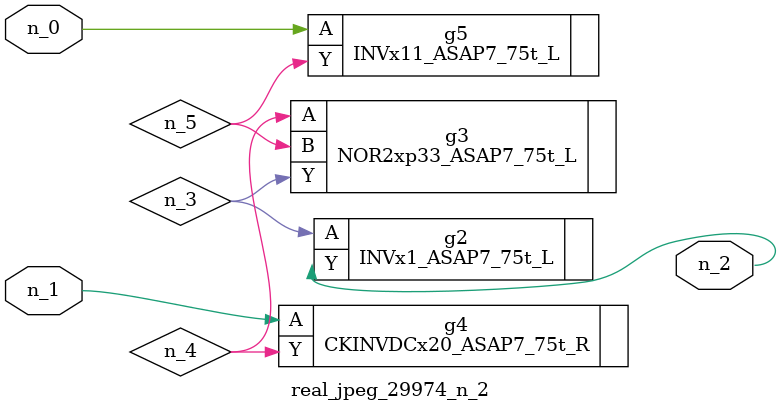
<source format=v>
module real_jpeg_29974_n_2 (n_1, n_0, n_2);

input n_1;
input n_0;

output n_2;

wire n_5;
wire n_4;
wire n_3;

INVx11_ASAP7_75t_L g5 ( 
.A(n_0),
.Y(n_5)
);

CKINVDCx20_ASAP7_75t_R g4 ( 
.A(n_1),
.Y(n_4)
);

INVx1_ASAP7_75t_L g2 ( 
.A(n_3),
.Y(n_2)
);

NOR2xp33_ASAP7_75t_L g3 ( 
.A(n_4),
.B(n_5),
.Y(n_3)
);


endmodule
</source>
